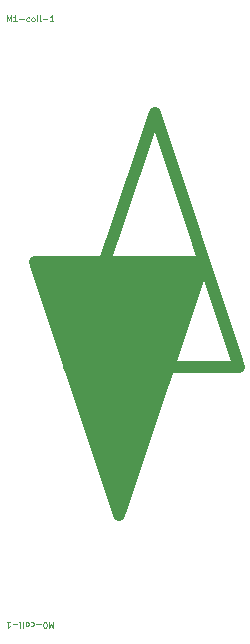
<source format=gbo>
G04 #@! TF.GenerationSoftware,KiCad,Pcbnew,5.1.5-52549c5~86~ubuntu18.04.1*
G04 #@! TF.CreationDate,2020-05-16T08:59:09-06:00*
G04 #@! TF.ProjectId,openturret-hat,6f70656e-7475-4727-9265-742d6861742e,rev?*
G04 #@! TF.SameCoordinates,Original*
G04 #@! TF.FileFunction,Legend,Bot*
G04 #@! TF.FilePolarity,Positive*
%FSLAX46Y46*%
G04 Gerber Fmt 4.6, Leading zero omitted, Abs format (unit mm)*
G04 Created by KiCad (PCBNEW 5.1.5-52549c5~86~ubuntu18.04.1) date 2020-05-16 08:59:09*
%MOMM*%
%LPD*%
G04 APERTURE LIST*
%ADD10C,1.000000*%
%ADD11C,0.125000*%
G04 APERTURE END LIST*
D10*
X130175000Y-100330000D02*
X115824000Y-100330000D01*
X123063000Y-78867000D02*
X130175000Y-100330000D01*
X115824000Y-100330000D02*
X123063000Y-78867000D01*
G36*
X120015000Y-112903000D02*
G01*
X112903000Y-91440000D01*
X127254000Y-91440000D01*
X120015000Y-112903000D01*
G37*
X120015000Y-112903000D02*
X112903000Y-91440000D01*
X127254000Y-91440000D01*
X120015000Y-112903000D01*
D11*
X110569619Y-71092190D02*
X110569619Y-70592190D01*
X110736285Y-70949333D01*
X110902952Y-70592190D01*
X110902952Y-71092190D01*
X111402952Y-71092190D02*
X111117238Y-71092190D01*
X111260095Y-71092190D02*
X111260095Y-70592190D01*
X111212476Y-70663619D01*
X111164857Y-70711238D01*
X111117238Y-70735047D01*
X111617238Y-70901714D02*
X111998190Y-70901714D01*
X112450571Y-71068380D02*
X112402952Y-71092190D01*
X112307714Y-71092190D01*
X112260095Y-71068380D01*
X112236285Y-71044571D01*
X112212476Y-70996952D01*
X112212476Y-70854095D01*
X112236285Y-70806476D01*
X112260095Y-70782666D01*
X112307714Y-70758857D01*
X112402952Y-70758857D01*
X112450571Y-70782666D01*
X112736285Y-71092190D02*
X112688666Y-71068380D01*
X112664857Y-71044571D01*
X112641047Y-70996952D01*
X112641047Y-70854095D01*
X112664857Y-70806476D01*
X112688666Y-70782666D01*
X112736285Y-70758857D01*
X112807714Y-70758857D01*
X112855333Y-70782666D01*
X112879142Y-70806476D01*
X112902952Y-70854095D01*
X112902952Y-70996952D01*
X112879142Y-71044571D01*
X112855333Y-71068380D01*
X112807714Y-71092190D01*
X112736285Y-71092190D01*
X113117238Y-71092190D02*
X113117238Y-70758857D01*
X113117238Y-70592190D02*
X113093428Y-70616000D01*
X113117238Y-70639809D01*
X113141047Y-70616000D01*
X113117238Y-70592190D01*
X113117238Y-70639809D01*
X113426761Y-71092190D02*
X113379142Y-71068380D01*
X113355333Y-71020761D01*
X113355333Y-70592190D01*
X113617238Y-70901714D02*
X113998190Y-70901714D01*
X114498190Y-71092190D02*
X114212476Y-71092190D01*
X114355333Y-71092190D02*
X114355333Y-70592190D01*
X114307714Y-70663619D01*
X114260095Y-70711238D01*
X114212476Y-70735047D01*
X114474380Y-121947809D02*
X114474380Y-122447809D01*
X114307714Y-122090666D01*
X114141047Y-122447809D01*
X114141047Y-121947809D01*
X113807714Y-122447809D02*
X113760095Y-122447809D01*
X113712476Y-122424000D01*
X113688666Y-122400190D01*
X113664857Y-122352571D01*
X113641047Y-122257333D01*
X113641047Y-122138285D01*
X113664857Y-122043047D01*
X113688666Y-121995428D01*
X113712476Y-121971619D01*
X113760095Y-121947809D01*
X113807714Y-121947809D01*
X113855333Y-121971619D01*
X113879142Y-121995428D01*
X113902952Y-122043047D01*
X113926761Y-122138285D01*
X113926761Y-122257333D01*
X113902952Y-122352571D01*
X113879142Y-122400190D01*
X113855333Y-122424000D01*
X113807714Y-122447809D01*
X113426761Y-122138285D02*
X113045809Y-122138285D01*
X112593428Y-121971619D02*
X112641047Y-121947809D01*
X112736285Y-121947809D01*
X112783904Y-121971619D01*
X112807714Y-121995428D01*
X112831523Y-122043047D01*
X112831523Y-122185904D01*
X112807714Y-122233523D01*
X112783904Y-122257333D01*
X112736285Y-122281142D01*
X112641047Y-122281142D01*
X112593428Y-122257333D01*
X112307714Y-121947809D02*
X112355333Y-121971619D01*
X112379142Y-121995428D01*
X112402952Y-122043047D01*
X112402952Y-122185904D01*
X112379142Y-122233523D01*
X112355333Y-122257333D01*
X112307714Y-122281142D01*
X112236285Y-122281142D01*
X112188666Y-122257333D01*
X112164857Y-122233523D01*
X112141047Y-122185904D01*
X112141047Y-122043047D01*
X112164857Y-121995428D01*
X112188666Y-121971619D01*
X112236285Y-121947809D01*
X112307714Y-121947809D01*
X111926761Y-121947809D02*
X111926761Y-122281142D01*
X111926761Y-122447809D02*
X111950571Y-122424000D01*
X111926761Y-122400190D01*
X111902952Y-122424000D01*
X111926761Y-122447809D01*
X111926761Y-122400190D01*
X111617238Y-121947809D02*
X111664857Y-121971619D01*
X111688666Y-122019238D01*
X111688666Y-122447809D01*
X111426761Y-122138285D02*
X111045809Y-122138285D01*
X110545809Y-121947809D02*
X110831523Y-121947809D01*
X110688666Y-121947809D02*
X110688666Y-122447809D01*
X110736285Y-122376380D01*
X110783904Y-122328761D01*
X110831523Y-122304952D01*
M02*

</source>
